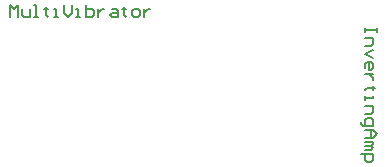
<source format=gbr>
%TF.GenerationSoftware,Altium Limited,Altium Designer,24.9.1 (31)*%
G04 Layer_Color=16711935*
%FSLAX45Y45*%
%MOMM*%
%TF.SameCoordinates,90D1A1F6-6801-43AA-A97B-90F854C06351*%
%TF.FilePolarity,Positive*%
%TF.FileFunction,Other,Mechanical_1*%
%TF.Part,Single*%
G01*
G75*
%TA.AperFunction,NonConductor*%
%ADD34C,0.17780*%
D34*
X11500767Y7302400D02*
Y7268544D01*
Y7285472D01*
X11399200D01*
Y7302400D01*
Y7268544D01*
Y7217761D02*
X11466911D01*
Y7166977D01*
X11449983Y7150049D01*
X11399200D01*
X11466911Y7116193D02*
X11399200Y7082338D01*
X11466911Y7048482D01*
X11399200Y6963843D02*
Y6997698D01*
X11416128Y7014626D01*
X11449983D01*
X11466911Y6997698D01*
Y6963843D01*
X11449983Y6946915D01*
X11433056D01*
Y7014626D01*
X11466911Y6913059D02*
X11399200D01*
X11433056D01*
X11449983Y6896131D01*
X11466911Y6879203D01*
Y6862275D01*
X11483839Y6794564D02*
X11466911D01*
Y6811492D01*
Y6777636D01*
Y6794564D01*
X11416128D01*
X11399200Y6777636D01*
Y6726852D02*
Y6692997D01*
Y6709924D01*
X11466911D01*
Y6726852D01*
X11399200Y6642213D02*
X11466911D01*
Y6591429D01*
X11449983Y6574501D01*
X11399200D01*
X11365344Y6506790D02*
Y6489862D01*
X11382272Y6472934D01*
X11466911D01*
Y6523718D01*
X11449983Y6540646D01*
X11416128D01*
X11399200Y6523718D01*
Y6472934D01*
Y6439078D02*
X11466911D01*
X11500767Y6405223D01*
X11466911Y6371367D01*
X11399200D01*
X11449983D01*
Y6439078D01*
X11399200Y6337511D02*
X11466911D01*
Y6320583D01*
X11449983Y6303655D01*
X11399200D01*
X11449983D01*
X11466911Y6286728D01*
X11449983Y6269800D01*
X11399200D01*
X11365344Y6235944D02*
X11466911D01*
Y6185160D01*
X11449983Y6168233D01*
X11416128D01*
X11399200Y6185160D01*
Y6235944D01*
X8397600Y7399200D02*
Y7500767D01*
X8431456Y7466911D01*
X8465311Y7500767D01*
Y7399200D01*
X8499167Y7466911D02*
Y7416128D01*
X8516095Y7399200D01*
X8566879D01*
Y7466911D01*
X8600735Y7399200D02*
X8634590D01*
X8617662D01*
Y7500767D01*
X8600735D01*
X8702302Y7483839D02*
Y7466911D01*
X8685374D01*
X8719230D01*
X8702302D01*
Y7416128D01*
X8719230Y7399200D01*
X8770013D02*
X8803869D01*
X8786941D01*
Y7466911D01*
X8770013D01*
X8854653Y7500767D02*
Y7433056D01*
X8888509Y7399200D01*
X8922364Y7433056D01*
Y7500767D01*
X8956220Y7399200D02*
X8990076D01*
X8973148D01*
Y7466911D01*
X8956220D01*
X9040859Y7500767D02*
Y7399200D01*
X9091643D01*
X9108571Y7416128D01*
Y7433056D01*
Y7449984D01*
X9091643Y7466911D01*
X9040859D01*
X9142427D02*
Y7399200D01*
Y7433056D01*
X9159355Y7449984D01*
X9176282Y7466911D01*
X9193210D01*
X9260922D02*
X9294777D01*
X9311705Y7449984D01*
Y7399200D01*
X9260922D01*
X9243994Y7416128D01*
X9260922Y7433056D01*
X9311705D01*
X9362489Y7483839D02*
Y7466911D01*
X9345561D01*
X9379417D01*
X9362489D01*
Y7416128D01*
X9379417Y7399200D01*
X9447128D02*
X9480984D01*
X9497912Y7416128D01*
Y7449984D01*
X9480984Y7466911D01*
X9447128D01*
X9430201Y7449984D01*
Y7416128D01*
X9447128Y7399200D01*
X9531768Y7466911D02*
Y7399200D01*
Y7433056D01*
X9548696Y7449984D01*
X9565623Y7466911D01*
X9582551D01*
%TF.MD5,0374c3af1b895b195ab2db9a154277ff*%
M02*

</source>
